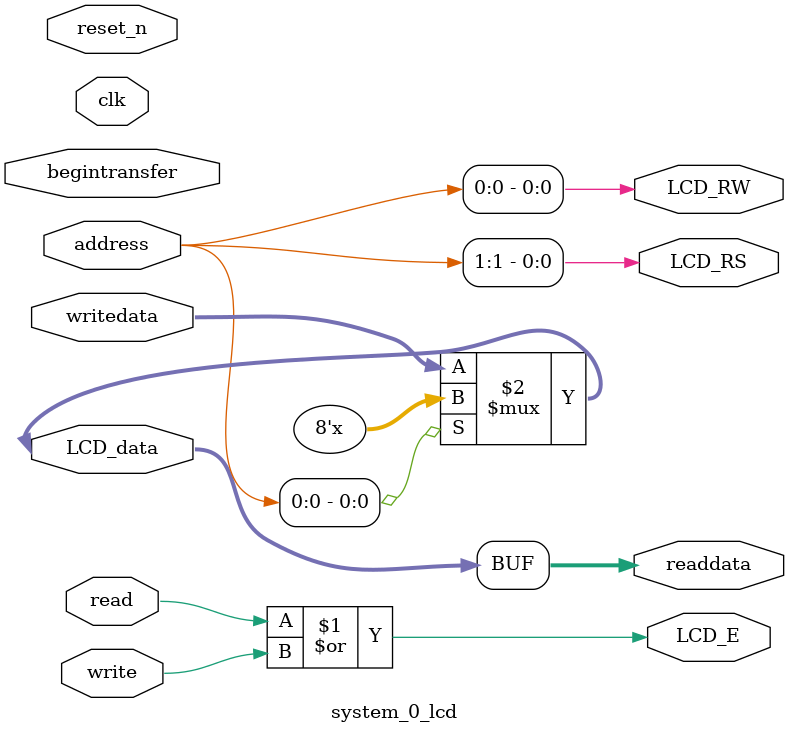
<source format=v>

`timescale 1ns / 1ps
// synthesis translate_on

// turn off superfluous verilog processor warnings 
// altera message_level Level1 
// altera message_off 10034 10035 10036 10037 10230 10240 10030 

module system_0_lcd (
                      // inputs:
                       address,
                       begintransfer,
                       clk,
                       read,
                       reset_n,
                       write,
                       writedata,

                      // outputs:
                       LCD_E,
                       LCD_RS,
                       LCD_RW,
                       LCD_data,
                       readdata
                    )
;

  output           LCD_E;
  output           LCD_RS;
  output           LCD_RW;
  inout   [  7: 0] LCD_data;
  output  [  7: 0] readdata;
  input   [  1: 0] address;
  input            begintransfer;
  input            clk;
  input            read;
  input            reset_n;
  input            write;
  input   [  7: 0] writedata;

  wire             LCD_E;
  wire             LCD_RS;
  wire             LCD_RW;
  wire    [  7: 0] LCD_data;
  wire    [  7: 0] readdata;
  assign LCD_RW = address[0];
  assign LCD_RS = address[1];
  assign LCD_E = read | write;
  assign LCD_data = (address[0]) ? 8'bz : writedata;
  assign readdata = LCD_data;
  //control_slave, which is an e_avalon_slave

endmodule


</source>
